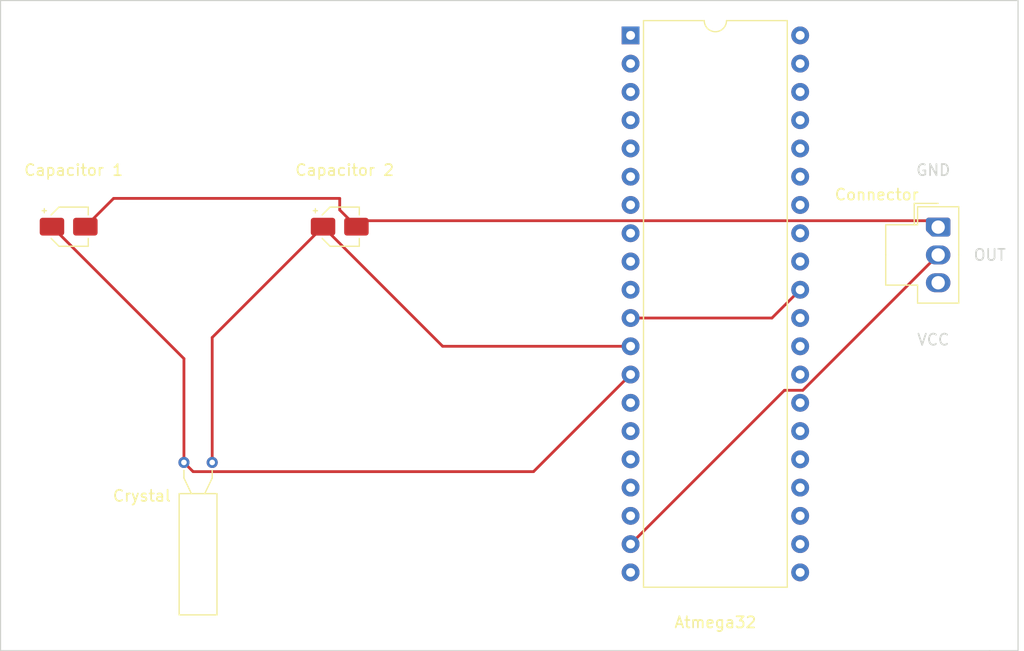
<source format=kicad_pcb>
(kicad_pcb (version 20211014) (generator pcbnew)
  (layers (0 "F.Cu" signal) (31 "B.Cu" signal) (34 "B.Paste" user) (35 "F.Paste" user) (36 "B.SilkS" user "B.Silkscreen") (37 "F.SilkS" user "F.Silkscreen") (38 "B.Mask" user) (39 "F.Mask" user) (44 "Edge.Cuts" user))
  (net 0 "")
  (net 1 "Net-(C1-Pad1)")
  (net 2 "GND")
  (net 3 "Net-(C2-Pad1)")
  (net 4 "Net-(J1-Pad2)")
  (net 5 "+5V")
  (net 16 "Net-(U1-Pad11)")
  (footprint "Capacitor_SMD:CP_Elec_3x5.4" (layer "F.Cu") (at 111.76 83.82)
    (fp_text reference "Capacitor 2" (at 0.444718 -5.08) (layer "F.SilkS"))
    (fp_text value "CAP")
    (fp_line (start -1.570563 1.06) (end -0.870563 1.76) (layer "F.SilkS") (width 0.12))
    (fp_line (start -2.1875 -1.6225) (end -2.1875 -1.2475) (layer "F.SilkS") (width 0.12))
    (fp_line (start 1.76 -1.76) (end 1.76 -1.06) (layer "F.SilkS") (width 0.12))
    (fp_line (start -0.870563 1.76) (end 1.76 1.76) (layer "F.SilkS") (width 0.12))
    (fp_line (start 1.76 1.76) (end 1.76 1.06) (layer "F.SilkS") (width 0.12))
    (fp_line (start -0.870563 -1.76) (end 1.76 -1.76) (layer "F.SilkS") (width 0.12))
    (fp_line (start -2.375 -1.435) (end -2 -1.435) (layer "F.SilkS") (width 0.12))
    (fp_line (start -1.570563 -1.06) (end -0.870563 -1.76) (layer "F.SilkS") (width 0.12))
    (pad "1" smd roundrect (at -1.5 0) (size 2.2 1.6) (layers "F.Cu" "F.Paste" "F.Mask") (roundrect_rratio 0.15625) (net 3 "Net-(C2-Pad1)"))
    (pad "2" smd roundrect (at 1.5 0) (size 2.2 1.6) (layers "F.Cu" "F.Paste" "F.Mask") (roundrect_rratio 0.15625) (net 2 "GND"))
  )
  (footprint "Crystal:Crystal_AT310_D3.0mm_L10.0mm_Horizontal" (layer "F.Cu") (at 97.76 105.01)
    (fp_text reference "Crystal" (at -3.78 3) (layer "F.SilkS"))
    (fp_text value "Crystal")
    (fp_line (start 2.97 2.8) (end -0.43 2.8) (layer "F.SilkS") (width 0.12))
    (fp_line (start -0.43 13.7) (end 2.97 13.7) (layer "F.SilkS") (width 0.12))
    (fp_line (start -0.43 2.8) (end -0.43 13.7) (layer "F.SilkS") (width 0.12))
    (fp_line (start 1.87 2.8) (end 2.54 1.4) (layer "F.SilkS") (width 0.12))
    (fp_line (start 0.67 2.8) (end 0 1.4) (layer "F.SilkS") (width 0.12))
    (fp_line (start 2.97 13.7) (end 2.97 2.8) (layer "F.SilkS") (width 0.12))
    (fp_line (start 2.54 1.4) (end 2.54 0.7) (layer "F.SilkS") (width 0.12))
    (fp_line (start 0 1.4) (end 0 0.7) (layer "F.SilkS") (width 0.12))
    (pad "1" thru_hole circle (at 0 0) (size 1 1) (drill 0.5) (layers *.Cu *.Mask) (net 1 "Net-(C1-Pad1)"))
    (pad "2" thru_hole circle (at 2.54 0) (size 1 1) (drill 0.5) (layers *.Cu *.Mask) (net 3 "Net-(C2-Pad1)"))
  )
  (footprint "Connector_Molex:Molex_Nano-Fit_105309-xx03_1x03_P2.50mm_Vertical" (layer "F.Cu") (at 165.54 83.86)
    (fp_text reference "Connector" (at -5.52 -2.92) (layer "F.SilkS"))
    (fp_text value "Conn_01x03_Female")
    (fp_line (start 1.85 2.5) (end 1.85 6.83) (layer "F.SilkS") (width 0.12))
    (fp_line (start -1.85 -1.83) (end -1.85 -0.21) (layer "F.SilkS") (width 0.12))
    (fp_line (start -1.85 -0.21) (end -4.71 -0.21) (layer "F.SilkS") (width 0.12))
    (fp_line (start 1.85 2.5) (end 1.85 -1.83) (layer "F.SilkS") (width 0.12))
    (fp_line (start -2.15 -2.13) (end -2.15 -0.21) (layer "F.SilkS") (width 0.12))
    (fp_line (start 1.85 -1.83) (end -1.85 -1.83) (layer "F.SilkS") (width 0.12))
    (fp_line (start -1.85 5.21) (end -4.71 5.21) (layer "F.SilkS") (width 0.12))
    (fp_line (start -4.71 -0.21) (end -4.71 2.5) (layer "F.SilkS") (width 0.12))
    (fp_line (start 1.85 6.83) (end -1.85 6.83) (layer "F.SilkS") (width 0.12))
    (fp_line (start -4.71 5.21) (end -4.71 2.5) (layer "F.SilkS") (width 0.12))
    (fp_line (start 0 -2.13) (end -2.15 -2.13) (layer "F.SilkS") (width 0.12))
    (fp_line (start -1.85 6.83) (end -1.85 5.21) (layer "F.SilkS") (width 0.12))
    (pad "" np_thru_hole circle (at -1.34 1.25) (size 1.3 1.3) (drill 1.3) (layers *.Cu *.Mask))
    (pad "1" thru_hole custom (at 0 0) (size 1.417157 1.417157) (drill 1.2) (layers *.Cu *.Mask) (net 2 "GND") (options (clearance outline) (anchor circle)) (primitives (gr_poly (pts (xy 0.85 0.6) (xy -0.45 0.6) (xy -0.85 0.2) (xy -0.85 -0.6) (xy 0.85 -0.6)) (width 0.5) (fill yes))))
    (pad "2" thru_hole oval (at 0 2.5) (size 2.2 1.7) (drill 1.2) (layers *.Cu *.Mask) (net 4 "Net-(J1-Pad2)"))
    (pad "3" thru_hole oval (at 0 5) (size 2.2 1.7) (drill 1.2) (layers *.Cu *.Mask) (net 5 "+5V"))
  )
  (footprint "Capacitor_SMD:CP_Elec_3x5.4" (layer "F.Cu") (at 87.4 83.82)
    (fp_text reference "Capacitor 1" (at 0.444718 -5.08) (layer "F.SilkS"))
    (fp_text value "CAP")
    (fp_line (start -0.870563 1.76) (end 1.76 1.76) (layer "F.SilkS") (width 0.12))
    (fp_line (start 1.76 1.76) (end 1.76 1.06) (layer "F.SilkS") (width 0.12))
    (fp_line (start 1.76 -1.76) (end 1.76 -1.06) (layer "F.SilkS") (width 0.12))
    (fp_line (start -1.570563 1.06) (end -0.870563 1.76) (layer "F.SilkS") (width 0.12))
    (fp_line (start -1.570563 -1.06) (end -0.870563 -1.76) (layer "F.SilkS") (width 0.12))
    (fp_line (start -0.870563 -1.76) (end 1.76 -1.76) (layer "F.SilkS") (width 0.12))
    (fp_line (start -2.375 -1.435) (end -2 -1.435) (layer "F.SilkS") (width 0.12))
    (fp_line (start -2.1875 -1.6225) (end -2.1875 -1.2475) (layer "F.SilkS") (width 0.12))
    (pad "1" smd roundrect (at -1.5 0) (size 2.2 1.6) (layers "F.Cu" "F.Paste" "F.Mask") (roundrect_rratio 0.15625) (net 1 "Net-(C1-Pad1)"))
    (pad "2" smd roundrect (at 1.5 0) (size 2.2 1.6) (layers "F.Cu" "F.Paste" "F.Mask") (roundrect_rratio 0.15625) (net 2 "GND"))
  )
  (footprint "Package_DIP:DIP-40_W15.24mm" (layer "F.Cu") (at 137.9 66.63)
    (fp_text reference "Atmega32" (at 7.62 52.75) (layer "F.SilkS"))
    (fp_text value "ATmega32-16P")
    (fp_line (start 6.62 -1.33) (end 1.16 -1.33) (layer "F.SilkS") (width 0.12))
    (fp_line (start 14.08 49.59) (end 14.08 -1.33) (layer "F.SilkS") (width 0.12))
    (fp_line (start 1.16 -1.33) (end 1.16 49.59) (layer "F.SilkS") (width 0.12))
    (fp_line (start 14.08 -1.33) (end 8.62 -1.33) (layer "F.SilkS") (width 0.12))
    (fp_line (start 1.16 49.59) (end 14.08 49.59) (layer "F.SilkS") (width 0.12))
    (fp_arc (start 8.62 -1.33) (mid 7.62 -0.33) (end 6.62 -1.33) (layer "F.SilkS") (width 0.12))
    (pad "1" thru_hole rect (at 0 0) (size 1.6 1.6) (drill 0.8) (layers *.Cu *.Mask))
    (pad "2" thru_hole oval (at 0 2.54) (size 1.6 1.6) (drill 0.8) (layers *.Cu *.Mask))
    (pad "3" thru_hole oval (at 0 5.08) (size 1.6 1.6) (drill 0.8) (layers *.Cu *.Mask))
    (pad "4" thru_hole oval (at 0 7.62) (size 1.6 1.6) (drill 0.8) (layers *.Cu *.Mask))
    (pad "5" thru_hole oval (at 0 10.16) (size 1.6 1.6) (drill 0.8) (layers *.Cu *.Mask))
    (pad "6" thru_hole oval (at 0 12.7) (size 1.6 1.6) (drill 0.8) (layers *.Cu *.Mask))
    (pad "7" thru_hole oval (at 0 15.24) (size 1.6 1.6) (drill 0.8) (layers *.Cu *.Mask))
    (pad "8" thru_hole oval (at 0 17.78) (size 1.6 1.6) (drill 0.8) (layers *.Cu *.Mask))
    (pad "9" thru_hole oval (at 0 20.32) (size 1.6 1.6) (drill 0.8) (layers *.Cu *.Mask))
    (pad "10" thru_hole oval (at 0 22.86) (size 1.6 1.6) (drill 0.8) (layers *.Cu *.Mask))
    (pad "11" thru_hole oval (at 0 25.4) (size 1.6 1.6) (drill 0.8) (layers *.Cu *.Mask) (net 16 "Net-(U1-Pad11)"))
    (pad "12" thru_hole oval (at 0 27.94) (size 1.6 1.6) (drill 0.8) (layers *.Cu *.Mask) (net 3 "Net-(C2-Pad1)"))
    (pad "13" thru_hole oval (at 0 30.48) (size 1.6 1.6) (drill 0.8) (layers *.Cu *.Mask) (net 1 "Net-(C1-Pad1)"))
    (pad "14" thru_hole oval (at 0 33.02) (size 1.6 1.6) (drill 0.8) (layers *.Cu *.Mask))
    (pad "15" thru_hole oval (at 0 35.56) (size 1.6 1.6) (drill 0.8) (layers *.Cu *.Mask))
    (pad "16" thru_hole oval (at 0 38.1) (size 1.6 1.6) (drill 0.8) (layers *.Cu *.Mask))
    (pad "17" thru_hole oval (at 0 40.64) (size 1.6 1.6) (drill 0.8) (layers *.Cu *.Mask))
    (pad "18" thru_hole oval (at 0 43.18) (size 1.6 1.6) (drill 0.8) (layers *.Cu *.Mask))
    (pad "19" thru_hole oval (at 0 45.72) (size 1.6 1.6) (drill 0.8) (layers *.Cu *.Mask) (net 4 "Net-(J1-Pad2)"))
    (pad "20" thru_hole oval (at 0 48.26) (size 1.6 1.6) (drill 0.8) (layers *.Cu *.Mask))
    (pad "21" thru_hole oval (at 15.24 48.26) (size 1.6 1.6) (drill 0.8) (layers *.Cu *.Mask))
    (pad "22" thru_hole oval (at 15.24 45.72) (size 1.6 1.6) (drill 0.8) (layers *.Cu *.Mask))
    (pad "23" thru_hole oval (at 15.24 43.18) (size 1.6 1.6) (drill 0.8) (layers *.Cu *.Mask))
    (pad "24" thru_hole oval (at 15.24 40.64) (size 1.6 1.6) (drill 0.8) (layers *.Cu *.Mask))
    (pad "25" thru_hole oval (at 15.24 38.1) (size 1.6 1.6) (drill 0.8) (layers *.Cu *.Mask))
    (pad "26" thru_hole oval (at 15.24 35.56) (size 1.6 1.6) (drill 0.8) (layers *.Cu *.Mask))
    (pad "27" thru_hole oval (at 15.24 33.02) (size 1.6 1.6) (drill 0.8) (layers *.Cu *.Mask))
    (pad "28" thru_hole oval (at 15.24 30.48) (size 1.6 1.6) (drill 0.8) (layers *.Cu *.Mask))
    (pad "29" thru_hole oval (at 15.24 27.94) (size 1.6 1.6) (drill 0.8) (layers *.Cu *.Mask))
    (pad "30" thru_hole oval (at 15.24 25.4) (size 1.6 1.6) (drill 0.8) (layers *.Cu *.Mask))
    (pad "31" thru_hole oval (at 15.24 22.86) (size 1.6 1.6) (drill 0.8) (layers *.Cu *.Mask) (net 16 "Net-(U1-Pad11)"))
    (pad "32" thru_hole oval (at 15.24 20.32) (size 1.6 1.6) (drill 0.8) (layers *.Cu *.Mask))
    (pad "33" thru_hole oval (at 15.24 17.78) (size 1.6 1.6) (drill 0.8) (layers *.Cu *.Mask))
    (pad "34" thru_hole oval (at 15.24 15.24) (size 1.6 1.6) (drill 0.8) (layers *.Cu *.Mask))
    (pad "35" thru_hole oval (at 15.24 12.7) (size 1.6 1.6) (drill 0.8) (layers *.Cu *.Mask))
    (pad "36" thru_hole oval (at 15.24 10.16) (size 1.6 1.6) (drill 0.8) (layers *.Cu *.Mask))
    (pad "37" thru_hole oval (at 15.24 7.62) (size 1.6 1.6) (drill 0.8) (layers *.Cu *.Mask))
    (pad "38" thru_hole oval (at 15.24 5.08) (size 1.6 1.6) (drill 0.8) (layers *.Cu *.Mask))
    (pad "39" thru_hole oval (at 15.24 2.54) (size 1.6 1.6) (drill 0.8) (layers *.Cu *.Mask))
    (pad "40" thru_hole oval (at 15.24 0) (size 1.6 1.6) (drill 0.8) (layers *.Cu *.Mask))
  )
  (gr_line (start 170.18 121.92) (end 81.28 121.92) (layer "Edge.Cuts") (width 0.1))
  (gr_line (start 170.18 63.5) (end 172.72 63.5) (layer "Edge.Cuts") (width 0.1))
  (gr_line (start 81.28 121.92) (end 81.28 63.5) (layer "Edge.Cuts") (width 0.1))
  (gr_line (start 81.28 63.5) (end 170.18 63.5) (layer "Edge.Cuts") (width 0.1))
  (gr_line (start 172.72 63.5) (end 172.72 121.92) (layer "Edge.Cuts") (width 0.1))
  (gr_line (start 172.72 121.92) (end 170.18 121.92) (layer "Edge.Cuts") (width 0.1))
  (gr_text "OUT" (at 170.18 86.36) (layer "Edge.Cuts") (effects (font (size 1 1))))
  (gr_text "VCC" (at 165.1 93.98) (layer "Edge.Cuts") (effects (font (size 1 1))))
  (gr_text "GND" (at 165.1 78.74) (layer "Edge.Cuts") (effects (font (size 1 1))))
  (segment (start 129.175489 105.834511) (end 98.584511 105.834511) (width 0.25) (layer "F.Cu") (net 1))
  (segment (start 97.76 95.68) (end 97.76 105.01) (width 0.25) (layer "F.Cu") (net 1))
  (segment (start 85.9 83.82) (end 97.76 95.68) (width 0.25) (layer "F.Cu") (net 1))
  (segment (start 137.9 97.11) (end 129.175489 105.834511) (width 0.25) (layer "F.Cu") (net 1))
  (segment (start 98.584511 105.834511) (end 97.76 105.01) (width 0.25) (layer "F.Cu") (net 1))
  (segment (start 164.965489 83.285489) (end 165.54 83.86) (width 0.25) (layer "F.Cu") (net 2))
  (segment (start 113.794511 83.285489) (end 164.965489 83.285489) (width 0.25) (layer "F.Cu") (net 2))
  (segment (start 113.26 83.82) (end 113.794511 83.285489) (width 0.25) (layer "F.Cu") (net 2))
  (segment (start 91.44 81.28) (end 111.76 81.28) (width 0.25) (layer "F.Cu") (net 2))
  (segment (start 113.26 83.82) (end 111.76 82.32) (width 0.25) (layer "F.Cu") (net 2))
  (segment (start 88.9 83.82) (end 91.44 81.28) (width 0.25) (layer "F.Cu") (net 2))
  (segment (start 111.76 82.32) (end 111.76 81.28) (width 0.25) (layer "F.Cu") (net 2))
  (segment (start 100.3 105.01) (end 100.3 93.78) (width 0.25) (layer "F.Cu") (net 3))
  (segment (start 137.9 94.57) (end 121.01 94.57) (width 0.25) (layer "F.Cu") (net 3))
  (segment (start 121.01 94.57) (end 110.26 83.82) (width 0.25) (layer "F.Cu") (net 3))
  (segment (start 100.3 93.78) (end 110.26 83.82) (width 0.25) (layer "F.Cu") (net 3))
  (segment (start 165.54 86.36) (end 153.374511 98.525489) (width 0.25) (layer "F.Cu") (net 4))
  (segment (start 151.724511 98.525489) (end 137.9 112.35) (width 0.25) (layer "F.Cu") (net 4))
  (segment (start 153.374511 98.525489) (end 151.724511 98.525489) (width 0.25) (layer "F.Cu") (net 4))
  (segment (start 137.9 92.03) (end 150.6 92.03) (width 0.25) (layer "F.Cu") (net 16))
  (segment (start 150.6 92.03) (end 153.14 89.49) (width 0.25) (layer "F.Cu") (net 16))
)
</source>
